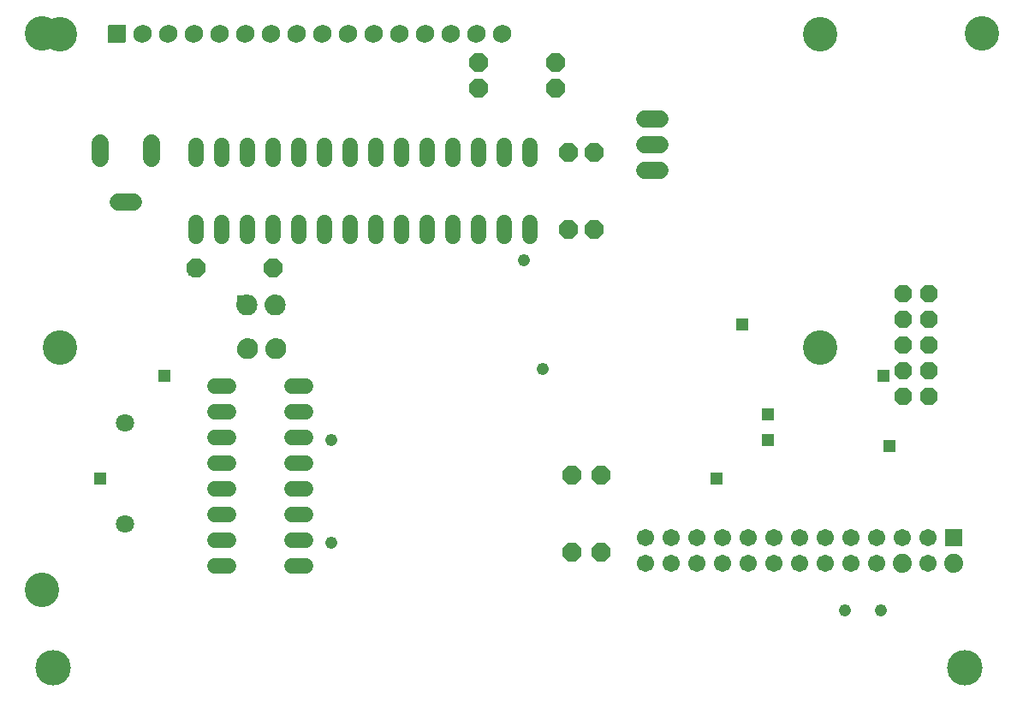
<source format=gbs>
G75*
G70*
%OFA0B0*%
%FSLAX24Y24*%
%IPPOS*%
%LPD*%
%AMOC8*
5,1,8,0,0,1.08239X$1,22.5*
%
%ADD10R,0.0680X0.0680*%
%ADD11C,0.0680*%
%ADD12C,0.1340*%
%ADD13R,0.0674X0.0674*%
%ADD14C,0.0740*%
%ADD15C,0.0674*%
%ADD16C,0.0600*%
%ADD17OC8,0.0740*%
%ADD18C,0.0680*%
%ADD19C,0.0050*%
%ADD20C,0.0710*%
%ADD21C,0.1379*%
%ADD22OC8,0.0680*%
%ADD23R,0.0476X0.0476*%
%ADD24C,0.0476*%
D10*
X006060Y029132D03*
X006096Y029167D03*
D11*
X007060Y029132D03*
X007096Y029167D03*
X008060Y029132D03*
X008096Y029167D03*
X009060Y029132D03*
X009096Y029167D03*
X010060Y029132D03*
X010096Y029167D03*
X011060Y029132D03*
X011096Y029167D03*
X012060Y029132D03*
X012096Y029167D03*
X013060Y029132D03*
X013096Y029167D03*
X014060Y029132D03*
X014096Y029167D03*
X015060Y029132D03*
X015096Y029167D03*
X016060Y029132D03*
X016096Y029167D03*
X017060Y029132D03*
X017096Y029167D03*
X018060Y029132D03*
X018096Y029167D03*
X019060Y029132D03*
X019096Y029167D03*
X020060Y029132D03*
X020096Y029167D03*
X021060Y029132D03*
X021096Y029167D03*
D12*
X033462Y029132D03*
X039757Y029167D03*
X033462Y016927D03*
X003856Y016927D03*
X003143Y007514D03*
X003856Y029132D03*
X003143Y029167D03*
D13*
X038659Y009530D03*
D14*
X038659Y008530D03*
X036659Y008530D03*
D15*
X037659Y008530D03*
X037659Y009530D03*
X036659Y009530D03*
X035659Y009530D03*
X034659Y009530D03*
X033659Y009530D03*
X032659Y009530D03*
X031659Y009530D03*
X030659Y009530D03*
X029659Y009530D03*
X028659Y009530D03*
X027659Y009530D03*
X026659Y009530D03*
X026659Y008530D03*
X027659Y008530D03*
X028659Y008530D03*
X029659Y008530D03*
X030659Y008530D03*
X031659Y008530D03*
X032659Y008530D03*
X033659Y008530D03*
X034659Y008530D03*
X035659Y008530D03*
D16*
X022159Y021270D02*
X022159Y021790D01*
X021159Y021790D02*
X021159Y021270D01*
X020159Y021270D02*
X020159Y021790D01*
X019159Y021790D02*
X019159Y021270D01*
X018159Y021270D02*
X018159Y021790D01*
X017159Y021790D02*
X017159Y021270D01*
X016159Y021270D02*
X016159Y021790D01*
X015159Y021790D02*
X015159Y021270D01*
X014159Y021270D02*
X014159Y021790D01*
X013159Y021790D02*
X013159Y021270D01*
X012159Y021270D02*
X012159Y021790D01*
X011159Y021790D02*
X011159Y021270D01*
X010159Y021270D02*
X010159Y021790D01*
X009159Y021790D02*
X009159Y021270D01*
X009159Y024270D02*
X009159Y024790D01*
X010159Y024790D02*
X010159Y024270D01*
X011159Y024270D02*
X011159Y024790D01*
X012159Y024790D02*
X012159Y024270D01*
X013159Y024270D02*
X013159Y024790D01*
X014159Y024790D02*
X014159Y024270D01*
X015159Y024270D02*
X015159Y024790D01*
X016159Y024790D02*
X016159Y024270D01*
X017159Y024270D02*
X017159Y024790D01*
X018159Y024790D02*
X018159Y024270D01*
X019159Y024270D02*
X019159Y024790D01*
X020159Y024790D02*
X020159Y024270D01*
X021159Y024270D02*
X021159Y024790D01*
X022159Y024790D02*
X022159Y024270D01*
X013418Y015419D02*
X012898Y015419D01*
X012898Y014419D02*
X013418Y014419D01*
X013418Y013419D02*
X012898Y013419D01*
X012898Y012419D02*
X013418Y012419D01*
X013418Y011419D02*
X012898Y011419D01*
X012898Y010419D02*
X013418Y010419D01*
X013418Y009419D02*
X012898Y009419D01*
X012898Y008419D02*
X013418Y008419D01*
X010418Y008419D02*
X009898Y008419D01*
X009898Y009419D02*
X010418Y009419D01*
X010418Y010419D02*
X009898Y010419D01*
X009898Y011419D02*
X010418Y011419D01*
X010418Y012419D02*
X009898Y012419D01*
X009898Y013419D02*
X010418Y013419D01*
X010418Y014419D02*
X009898Y014419D01*
X009898Y015419D02*
X010418Y015419D01*
D17*
X009159Y020030D03*
X012159Y020030D03*
X020159Y027030D03*
X020159Y028030D03*
X023159Y028030D03*
X023159Y027030D03*
X023659Y024530D03*
X024659Y024530D03*
X024659Y021530D03*
X023659Y021530D03*
X023784Y011974D03*
X024909Y011974D03*
X024909Y008974D03*
X023784Y008974D03*
D18*
X006708Y022594D02*
X006108Y022594D01*
X005408Y024294D02*
X005408Y024894D01*
X007408Y024894D02*
X007408Y024294D01*
X026609Y023849D02*
X027209Y023849D01*
X027209Y024849D02*
X026609Y024849D01*
X026609Y025849D02*
X027209Y025849D01*
D19*
X012562Y018779D02*
X011912Y018779D01*
X011927Y018806D02*
X011973Y018861D01*
X012030Y018907D01*
X012094Y018940D01*
X012163Y018960D01*
X012235Y018967D01*
X012300Y018962D01*
X012363Y018946D01*
X012422Y018919D01*
X012475Y018883D01*
X012521Y018838D01*
X012559Y018785D01*
X012587Y018727D01*
X012605Y018665D01*
X012611Y018601D01*
X012606Y018535D01*
X012590Y018471D01*
X012563Y018410D01*
X012526Y018356D01*
X012479Y018308D01*
X012426Y018270D01*
X012366Y018241D01*
X012302Y018223D01*
X012236Y018217D01*
X012171Y018223D01*
X012107Y018241D01*
X012047Y018270D01*
X011994Y018309D01*
X011948Y018356D01*
X011911Y018411D01*
X011883Y018471D01*
X011867Y018536D01*
X011862Y018602D01*
X011870Y018674D01*
X011892Y018743D01*
X011927Y018806D01*
X011945Y018828D02*
X012529Y018828D01*
X012482Y018876D02*
X011992Y018876D01*
X012064Y018925D02*
X012410Y018925D01*
X012586Y018731D02*
X011888Y018731D01*
X011873Y018682D02*
X012600Y018682D01*
X012608Y018634D02*
X011866Y018634D01*
X011864Y018585D02*
X012610Y018585D01*
X012607Y018537D02*
X011867Y018537D01*
X011879Y018488D02*
X012595Y018488D01*
X012576Y018440D02*
X011898Y018440D01*
X011924Y018391D02*
X012550Y018391D01*
X012513Y018343D02*
X011961Y018343D01*
X012014Y018294D02*
X012460Y018294D01*
X012376Y018246D02*
X012098Y018246D01*
X011488Y018471D02*
X011461Y018410D01*
X011424Y018356D01*
X011377Y018308D01*
X011324Y018270D01*
X011264Y018241D01*
X011200Y018223D01*
X011134Y018217D01*
X011069Y018223D01*
X011005Y018241D01*
X010945Y018270D01*
X010892Y018309D01*
X010846Y018356D01*
X010809Y018411D01*
X010781Y018471D01*
X010765Y018536D01*
X010760Y018602D01*
X010768Y018674D01*
X010790Y018743D01*
X010825Y018806D01*
X010871Y018861D01*
X010928Y018907D01*
X010992Y018940D01*
X011061Y018960D01*
X011133Y018967D01*
X011198Y018962D01*
X011261Y018946D01*
X011320Y018919D01*
X011373Y018883D01*
X011419Y018838D01*
X011457Y018785D01*
X011485Y018727D01*
X011503Y018665D01*
X011509Y018601D01*
X011504Y018535D01*
X011488Y018471D01*
X011493Y018488D02*
X010777Y018488D01*
X010765Y018537D02*
X011505Y018537D01*
X011508Y018585D02*
X010762Y018585D01*
X010764Y018634D02*
X011506Y018634D01*
X011498Y018682D02*
X010771Y018682D01*
X010786Y018731D02*
X011484Y018731D01*
X011460Y018779D02*
X010810Y018779D01*
X010843Y018828D02*
X011427Y018828D01*
X011380Y018876D02*
X010890Y018876D01*
X010962Y018925D02*
X011308Y018925D01*
X011474Y018440D02*
X010796Y018440D01*
X010822Y018391D02*
X011448Y018391D01*
X011411Y018343D02*
X010859Y018343D01*
X010912Y018294D02*
X011358Y018294D01*
X011274Y018246D02*
X010996Y018246D01*
X011086Y017260D02*
X011158Y017267D01*
X011223Y017262D01*
X011286Y017246D01*
X011345Y017219D01*
X011398Y017183D01*
X011444Y017138D01*
X011482Y017085D01*
X011510Y017027D01*
X011528Y016965D01*
X011534Y016901D01*
X011529Y016835D01*
X011513Y016771D01*
X011486Y016710D01*
X011449Y016656D01*
X011402Y016608D01*
X011349Y016570D01*
X011289Y016541D01*
X011225Y016523D01*
X011159Y016517D01*
X011094Y016523D01*
X011030Y016541D01*
X010970Y016570D01*
X010917Y016609D01*
X010871Y016656D01*
X010834Y016711D01*
X010806Y016771D01*
X010790Y016836D01*
X010785Y016902D01*
X010793Y016974D01*
X010815Y017043D01*
X010850Y017106D01*
X010896Y017161D01*
X010953Y017207D01*
X011017Y017240D01*
X011086Y017260D01*
X010992Y017227D02*
X011327Y017227D01*
X011403Y017179D02*
X010918Y017179D01*
X010870Y017130D02*
X011450Y017130D01*
X011484Y017082D02*
X010837Y017082D01*
X010812Y017033D02*
X011507Y017033D01*
X011522Y016985D02*
X010797Y016985D01*
X010789Y016936D02*
X011531Y016936D01*
X011533Y016888D02*
X010786Y016888D01*
X010790Y016839D02*
X011530Y016839D01*
X011518Y016791D02*
X010802Y016791D01*
X010820Y016742D02*
X011500Y016742D01*
X011475Y016694D02*
X010845Y016694D01*
X010882Y016645D02*
X011438Y016645D01*
X011386Y016597D02*
X010934Y016597D01*
X011016Y016548D02*
X011304Y016548D01*
X011908Y016771D02*
X011892Y016836D01*
X011887Y016902D01*
X011895Y016974D01*
X011917Y017043D01*
X011952Y017106D01*
X011998Y017161D01*
X012055Y017207D01*
X012119Y017240D01*
X012188Y017260D01*
X012260Y017267D01*
X012325Y017262D01*
X012388Y017246D01*
X012447Y017219D01*
X012500Y017183D01*
X012546Y017138D01*
X012584Y017085D01*
X012612Y017027D01*
X012630Y016965D01*
X012636Y016901D01*
X012631Y016835D01*
X012615Y016771D01*
X012588Y016710D01*
X012551Y016656D01*
X012504Y016608D01*
X012451Y016570D01*
X012391Y016541D01*
X012327Y016523D01*
X012261Y016517D01*
X012196Y016523D01*
X012132Y016541D01*
X012072Y016570D01*
X012019Y016609D01*
X011973Y016656D01*
X011936Y016711D01*
X011908Y016771D01*
X011904Y016791D02*
X012620Y016791D01*
X012632Y016839D02*
X011892Y016839D01*
X011888Y016888D02*
X012635Y016888D01*
X012633Y016936D02*
X011891Y016936D01*
X011899Y016985D02*
X012624Y016985D01*
X012609Y017033D02*
X011914Y017033D01*
X011939Y017082D02*
X012586Y017082D01*
X012552Y017130D02*
X011972Y017130D01*
X012020Y017179D02*
X012505Y017179D01*
X012429Y017227D02*
X012094Y017227D01*
X011922Y016742D02*
X012602Y016742D01*
X012577Y016694D02*
X011947Y016694D01*
X011984Y016645D02*
X012540Y016645D01*
X012488Y016597D02*
X012036Y016597D01*
X012118Y016548D02*
X012406Y016548D01*
D20*
X006385Y014012D03*
X006385Y010075D03*
D21*
X003605Y004474D03*
X039102Y004476D03*
D22*
X037684Y015024D03*
X036684Y015024D03*
X036684Y016024D03*
X037684Y016024D03*
X037684Y017024D03*
X036684Y017024D03*
X036684Y018024D03*
X037684Y018024D03*
X037684Y019024D03*
X036684Y019024D03*
D23*
X035909Y015849D03*
X036159Y013099D03*
X031409Y013349D03*
X031409Y014349D03*
X029409Y011849D03*
X030409Y017849D03*
X011006Y018722D03*
X009103Y019974D03*
X007909Y015849D03*
X005409Y011849D03*
D24*
X014409Y013349D03*
X014409Y009349D03*
X022659Y016099D03*
X021909Y020349D03*
X034409Y006699D03*
X035809Y006699D03*
M02*

</source>
